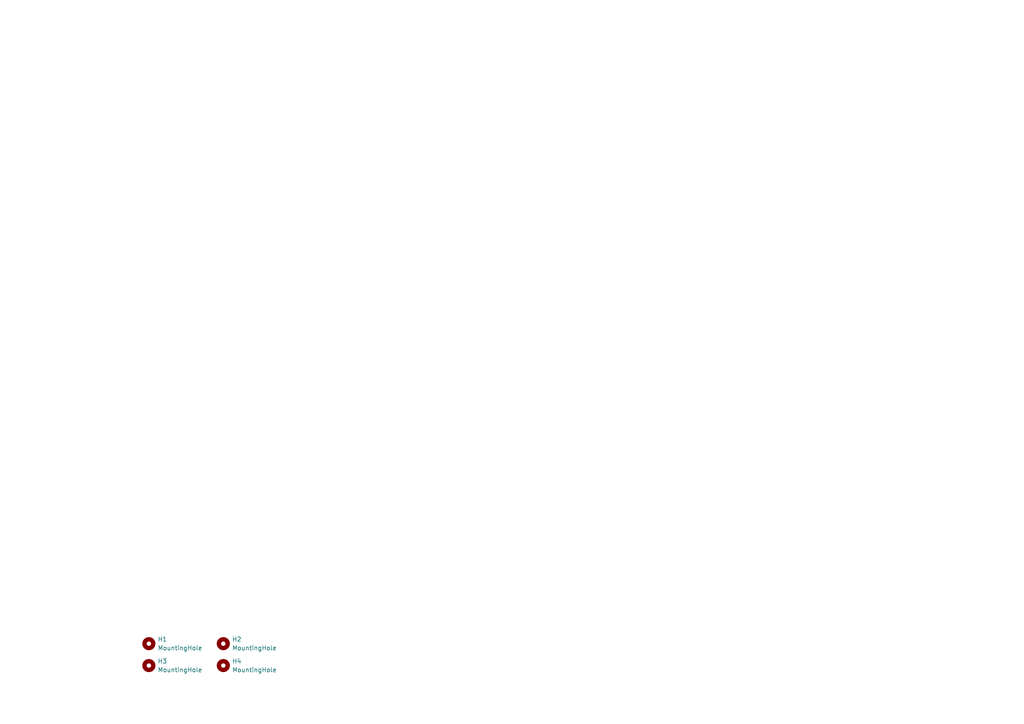
<source format=kicad_sch>
(kicad_sch (version 20250114) (generator "eeschema") (generator_version "9.0")
  (paper "A4")
  (lib_symbols
    (symbol "Mechanical:MountingHole" (pin_names (offset 1.016)) (in_bom no)
      (property "Reference" "H" (at 0 5.08 0))
      (property "Value" "MountingHole" (at 0 3.175 0))
      (symbol "MountingHole_0_1"
        (circle (center 0 0) (radius 1.27) (stroke (width 1.27)))
      )
    )
  )
  (symbol (lib_id "Mechanical:MountingHole") (at 43.18 186.69 0) (unit 1) (in_bom no)
    (property "Reference" "H1" (at 45.72 185.4199 0) (effects (justify left)))
    (property "Value" "MountingHole" (at 45.72 187.9599 0) (effects (justify left)))
    (property "Footprint" "DC_load:M3_hole_with_spacer" (effects (hide yes)))
    (property "Description" "Mounting Hole without connection" (effects (hide yes)))
  )
  (symbol (lib_id "Mechanical:MountingHole") (at 64.77 186.69 0) (unit 1) (in_bom no)
    (property "Reference" "H2" (at 67.31 185.4199 0) (effects (justify left)))
    (property "Value" "MountingHole" (at 67.31 187.9599 0) (effects (justify left)))
    (property "Footprint" "DC_load:M3_hole_with_spacer" (effects (hide yes)))
    (property "Description" "Mounting Hole without connection" (effects (hide yes)))
  )
  (symbol (lib_id "Mechanical:MountingHole") (at 43.18 193.04 0) (unit 1) (in_bom no)
    (property "Reference" "H3" (at 45.72 191.7699 0) (effects (justify left)))
    (property "Value" "MountingHole" (at 45.72 194.3099 0) (effects (justify left)))
    (property "Footprint" "DC_load:M3_hole_with_spacer" (effects (hide yes)))
    (property "Description" "Mounting Hole without connection" (effects (hide yes)))
  )
  (symbol (lib_id "Mechanical:MountingHole") (at 64.77 193.04 0) (unit 1) (in_bom no)
    (property "Reference" "H4" (at 67.31 191.7699 0) (effects (justify left)))
    (property "Value" "MountingHole" (at 67.31 194.3099 0) (effects (justify left)))
    (property "Footprint" "DC_load:M3_hole_with_spacer" (effects (hide yes)))
    (property "Description" "Mounting Hole without connection" (effects (hide yes)))
  )
)
</source>
